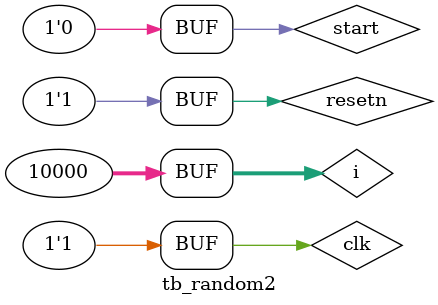
<source format=v>
`timescale 1ns/1ps

module tb_random2;
	// nets for testing
	reg clk, resetn, start;
	wire [0:47] random_num;
	wire random_assign_busy;
	
	integer i;
	
	random_start_ver RSV (clk, resetn, start, random_num, random_assign_busy);
	wire in_progress = start | random_assign_busy;
	
	always @(negedge in_progress)
		$display("Done at time %0t, results: %d, %d, %d, %d, %d, %d, %d, %d, %d, %d, %d, %d, %d, %d, %d, %d", $time, random_num[0:2], random_num[3:5], random_num[6:8], random_num[9:11], random_num[12:14], random_num[15:17], random_num[18:20], random_num[21:23], random_num[24:26], random_num[27:29], random_num[30:32], random_num[33:35], random_num[36:38], random_num[39:41], random_num[42:44], random_num[45:47]);
		
	initial begin
		clk = 1'b0;
		resetn = 1'b1;
		#5;
		resetn = 1'b0;
		#5;
		clk = 1'b1;
		#5;
		resetn = 1'b1;
		#5;
		
		for (i = 0; i < 10000; i = i + 1) begin
			clk = 1'b0;
			#10;
			clk = 1'b1;
			#10;
		end
		
	end
	
	initial begin
		start = 1'b0;
		#355;
		
		start = 1'b1;
		#700;
		start = 1'b0;
		#500;
		start = 1'b1;
		#1000;
		start = 1'b0;
		#500;
		start = 1'b1;
		#500;
		start = 1'b0;
		#500;
		start = 1'b1;
		#1300;
		start = 1'b0;
		#500;
		start = 1'b1;
		#900;
		start = 1'b0;
		#500;
	end

endmodule

</source>
